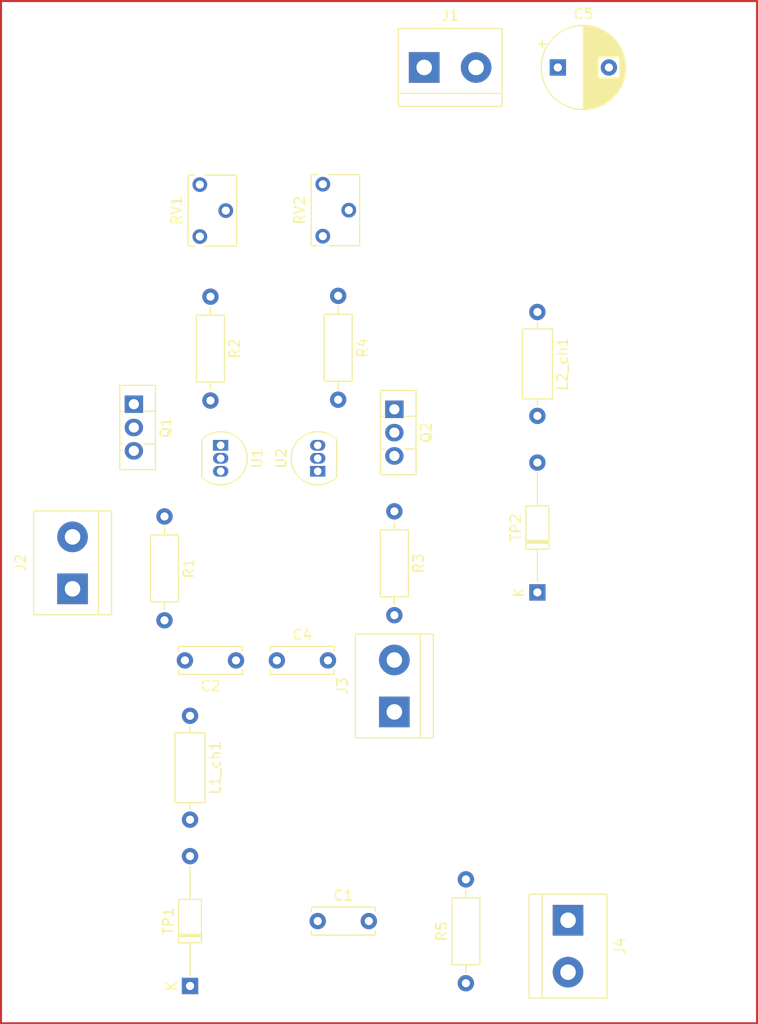
<source format=kicad_pcb>
(kicad_pcb (version 20240108) (generator "pcbnew") (generator_version "8.0")
  (layers (0 "F.Cu" signal) (31 "B.Cu" signal) (34 "B.Paste" user) (35 "F.Paste" user) (36 "B.SilkS" user "B.Silkscreen") (37 "F.SilkS" user "F.Silkscreen") (38 "B.Mask" user) (39 "F.Mask" user) (44 "Edge.Cuts" user))
  (net 0 "")
  (net 1 "Net-(C1-Pad1)")
  (net 2 "Net-(J4-Pin_1)")
  (net 3 "Net-(J2-Pin_2)")
  (net 4 "GND")
  (net 5 "Net-(J3-Pin_2)")
  (net 6 "Net-(J1-Pin_2)")
  (net 7 "Net-(J2-Pin_1)")
  (net 8 "Net-(J3-Pin_1)")
  (net 9 "Net-(L1_ch1-Pad2)")
  (net 10 "Net-(L2_ch1-Pad2)")
  (net 11 "Net-(Q1-E)")
  (net 12 "Net-(Q1-B)")
  (net 13 "Net-(Q2-E)")
  (net 14 "Net-(Q2-B)")
  (net 15 "Net-(R2-Pad1)")
  (net 16 "Net-(R4-Pad1)")
  (footprint "Resistor_THT:R_Axial_DIN0207_L6.3mm_D2.5mm_P10.16mm_Horizontal" (layer "F.Cu") (at 171 79.42 -90)
    (property "Reference" "R2" (at 5.08 -2.37 90) (layer "F.SilkS"))
    (property "Value" "22")
    (fp_line (start 1.81 1.37) (end 8.35 1.37) (stroke (width 0.12)) (layer "F.SilkS"))
    (fp_line (start 8.35 1.37) (end 8.35 -1.37) (stroke (width 0.12)) (layer "F.SilkS"))
    (fp_line (start 1.04 0) (end 1.81 0) (stroke (width 0.12)) (layer "F.SilkS"))
    (fp_line (start 9.12 0) (end 8.35 0) (stroke (width 0.12)) (layer "F.SilkS"))
    (fp_line (start 1.81 -1.37) (end 1.81 1.37) (stroke (width 0.12)) (layer "F.SilkS"))
    (fp_line (start 8.35 -1.37) (end 1.81 -1.37) (stroke (width 0.12)) (layer "F.SilkS"))
    (pad "1" thru_hole circle (at 0 0 270) (size 1.6 1.6) (drill 0.8) (layers "*.Cu" "*.Mask") (net 15 "Net-(R2-Pad1)"))
    (pad "2" thru_hole oval (at 10.16 0 270) (size 1.6 1.6) (drill 0.8) (layers "*.Cu" "*.Mask") (net 11 "Net-(Q1-E)"))
  )
  (footprint "TerminalBlock:TerminalBlock_bornier-2_P5.08mm" (layer "F.Cu") (at 191.92 57)
    (property "Reference" "J1" (at 2.54 -5.08 0) (layer "F.SilkS"))
    (property "Value" "TerminalVcc")
    (fp_line (start -2.54 -3.81) (end -2.54 3.81) (stroke (width 0.12)) (layer "F.SilkS"))
    (fp_line (start -2.54 3.81) (end 7.62 3.81) (stroke (width 0.12)) (layer "F.SilkS"))
    (fp_line (start 7.62 -3.81) (end -2.54 -3.81) (stroke (width 0.12)) (layer "F.SilkS"))
    (fp_line (start 7.62 2.54) (end -2.54 2.54) (stroke (width 0.12)) (layer "F.SilkS"))
    (fp_line (start 7.62 3.81) (end 7.62 -3.81) (stroke (width 0.12)) (layer "F.SilkS"))
    (pad "1" thru_hole rect (at 0 0) (size 3 3) (drill 1.52) (layers "*.Cu" "*.Mask") (net 4 "GND"))
    (pad "2" thru_hole circle (at 5.08 0) (size 3 3) (drill 1.52) (layers "*.Cu" "*.Mask") (net 6 "Net-(J1-Pin_2)"))
  )
  (footprint "Capacitor_THT:C_Disc_D6.0mm_W2.5mm_P5.00mm" (layer "F.Cu") (at 181.5 140.5)
    (property "Reference" "C1" (at 2.5 -2.5 360) (layer "F.SilkS"))
    (property "Value" "10nF")
    (fp_line (start -0.62 -1.37) (end -0.62 -0.925) (stroke (width 0.12)) (layer "F.SilkS"))
    (fp_line (start -0.62 -1.37) (end 5.62 -1.37) (stroke (width 0.12)) (layer "F.SilkS"))
    (fp_line (start -0.62 0.925) (end -0.62 1.37) (stroke (width 0.12)) (layer "F.SilkS"))
    (fp_line (start -0.62 1.37) (end 5.62 1.37) (stroke (width 0.12)) (layer "F.SilkS"))
    (fp_line (start 5.62 -1.37) (end 5.62 -0.925) (stroke (width 0.12)) (layer "F.SilkS"))
    (fp_line (start 5.62 0.925) (end 5.62 1.37) (stroke (width 0.12)) (layer "F.SilkS"))
    (pad "1" thru_hole circle (at 0 0) (size 1.6 1.6) (drill 0.8) (layers "*.Cu" "*.Mask") (net 1 "Net-(C1-Pad1)"))
    (pad "2" thru_hole circle (at 5 0) (size 1.6 1.6) (drill 0.8) (layers "*.Cu" "*.Mask") (net 2 "Net-(J4-Pin_1)"))
  )
  (footprint "Inductor_THT:L_Axial_L6.6mm_D2.7mm_P10.16mm_Horizontal_Vishay_IM-2" (layer "F.Cu") (at 203 80.92 -90)
    (property "Reference" "L2_ch1" (at 5.08 -2.47 90) (layer "F.SilkS"))
    (property "Value" "15uH")
    (fp_line (start 1.66 1.47) (end 8.5 1.47) (stroke (width 0.12)) (layer "F.SilkS"))
    (fp_line (start 8.5 1.47) (end 8.5 -1.47) (stroke (width 0.12)) (layer "F.SilkS"))
    (fp_line (start 1.04 0) (end 1.66 0) (stroke (width 0.12)) (layer "F.SilkS"))
    (fp_line (start 9.12 0) (end 8.5 0) (stroke (width 0.12)) (layer "F.SilkS"))
    (fp_line (start 1.66 -1.47) (end 1.66 1.47) (stroke (width 0.12)) (layer "F.SilkS"))
    (fp_line (start 8.5 -1.47) (end 1.66 -1.47) (stroke (width 0.12)) (layer "F.SilkS"))
    (pad "1" thru_hole circle (at 0 0 270) (size 1.6 1.6) (drill 0.8) (layers "*.Cu" "*.Mask") (net 5 "Net-(J3-Pin_2)"))
    (pad "2" thru_hole oval (at 10.16 0 270) (size 1.6 1.6) (drill 0.8) (layers "*.Cu" "*.Mask") (net 10 "Net-(L2_ch1-Pad2)"))
  )
  (footprint "Capacitor_THT:C_Disc_D6.0mm_W2.5mm_P5.00mm" (layer "F.Cu") (at 173.5 115 180)
    (property "Reference" "C2" (at 2.5 -2.5 360) (layer "F.SilkS"))
    (property "Value" "22nF")
    (fp_line (start 5.62 0.925) (end 5.62 1.37) (stroke (width 0.12)) (layer "F.SilkS"))
    (fp_line (start 5.62 -1.37) (end 5.62 -0.925) (stroke (width 0.12)) (layer "F.SilkS"))
    (fp_line (start -0.62 1.37) (end 5.62 1.37) (stroke (width 0.12)) (layer "F.SilkS"))
    (fp_line (start -0.62 0.925) (end -0.62 1.37) (stroke (width 0.12)) (layer "F.SilkS"))
    (fp_line (start -0.62 -1.37) (end 5.62 -1.37) (stroke (width 0.12)) (layer "F.SilkS"))
    (fp_line (start -0.62 -1.37) (end -0.62 -0.925) (stroke (width 0.12)) (layer "F.SilkS"))
    (pad "1" thru_hole circle (at 0 0 180) (size 1.6 1.6) (drill 0.8) (layers "*.Cu" "*.Mask") (net 4 "GND"))
    (pad "2" thru_hole circle (at 5 0 180) (size 1.6 1.6) (drill 0.8) (layers "*.Cu" "*.Mask") (net 3 "Net-(J2-Pin_2)"))
  )
  (footprint "Potentiometer_THT:Potentiometer_Bourns_3266W_Vertical" (layer "F.Cu") (at 169.96 68.46 90)
    (property "Reference" "RV1" (at -2.54 -2.27 90) (layer "F.SilkS"))
    (property "Value" "5K POT")
    (fp_line (start 0.935 -1.14) (end 0.935 -0.495) (stroke (width 0.12)) (layer "F.SilkS"))
    (fp_line (start -6.015 -1.14) (end 0.935 -1.14) (stroke (width 0.12)) (layer "F.SilkS"))
    (fp_line (start -6.015 -1.14) (end -6.015 -0.495) (stroke (width 0.12)) (layer "F.SilkS"))
    (fp_line (start 0.935 0.495) (end 0.935 3.6) (stroke (width 0.12)) (layer "F.SilkS"))
    (fp_line (start -6.015 0.495) (end -6.015 3.6) (stroke (width 0.12)) (layer "F.SilkS"))
    (fp_line (start -6.015 3.6) (end 0.935 3.6) (stroke (width 0.12)) (layer "F.SilkS"))
    (pad "1" thru_hole circle (at 0 0 90) (size 1.44 1.44) (drill 0.8) (layers "*.Cu" "*.Mask") (net 6 "Net-(J1-Pin_2)"))
    (pad "2" thru_hole circle (at -2.54 2.54 90) (size 1.44 1.44) (drill 0.8) (layers "*.Cu" "*.Mask"))
    (pad "3" thru_hole circle (at -5.08 0 90) (size 1.44 1.44) (drill 0.8) (layers "*.Cu" "*.Mask") (net 15 "Net-(R2-Pad1)"))
  )
  (footprint "Resistor_THT:R_Axial_DIN0207_L6.3mm_D2.5mm_P10.16mm_Horizontal" (layer "F.Cu") (at 189 100.42 -90)
    (property "Reference" "R3" (at 5.08 -2.37 90) (layer "F.SilkS"))
    (property "Value" "5.6K")
    (fp_line (start 1.81 1.37) (end 8.35 1.37) (stroke (width 0.12)) (layer "F.SilkS"))
    (fp_line (start 8.35 1.37) (end 8.35 -1.37) (stroke (width 0.12)) (layer "F.SilkS"))
    (fp_line (start 1.04 0) (end 1.81 0) (stroke (width 0.12)) (layer "F.SilkS"))
    (fp_line (start 9.12 0) (end 8.35 0) (stroke (width 0.12)) (layer "F.SilkS"))
    (fp_line (start 1.81 -1.37) (end 1.81 1.37) (stroke (width 0.12)) (layer "F.SilkS"))
    (fp_line (start 8.35 -1.37) (end 1.81 -1.37) (stroke (width 0.12)) (layer "F.SilkS"))
    (pad "1" thru_hole circle (at 0 0 270) (size 1.6 1.6) (drill 0.8) (layers "*.Cu" "*.Mask") (net 14 "Net-(Q2-B)"))
    (pad "2" thru_hole oval (at 10.16 0 270) (size 1.6 1.6) (drill 0.8) (layers "*.Cu" "*.Mask") (net 4 "GND"))
  )
  (footprint "Diode_THT:D_DO-35_SOD27_P12.70mm_Horizontal" (layer "F.Cu") (at 169 146.85 90)
    (property "Reference" "TP1" (at 6.35 -2.12 90) (layer "F.SilkS"))
    (property "Value" "TestPoint_zener1")
    (fp_line (start 8.47 -1.12) (end 4.23 -1.12) (stroke (width 0.12)) (layer "F.SilkS"))
    (fp_line (start 5.07 -1.12) (end 5.07 1.12) (stroke (width 0.12)) (layer "F.SilkS"))
    (fp_line (start 4.95 -1.12) (end 4.95 1.12) (stroke (width 0.12)) (layer "F.SilkS"))
    (fp_line (start 4.83 -1.12) (end 4.83 1.12) (stroke (width 0.12)) (layer "F.SilkS"))
    (fp_line (start 4.23 -1.12) (end 4.23 1.12) (stroke (width 0.12)) (layer "F.SilkS"))
    (fp_line (start 11.66 0) (end 8.47 0) (stroke (width 0.12)) (layer "F.SilkS"))
    (fp_line (start 1.04 0) (end 4.23 0) (stroke (width 0.12)) (layer "F.SilkS"))
    (fp_line (start 8.47 1.12) (end 8.47 -1.12) (stroke (width 0.12)) (layer "F.SilkS"))
    (fp_line (start 4.23 1.12) (end 8.47 1.12) (stroke (width 0.12)) (layer "F.SilkS"))
    (fp_text user "K" (at 0 -1.8 90) (layer "F.SilkS"))
    (pad "1" thru_hole rect (at 0 0 90) (size 1.6 1.6) (drill 0.8) (layers "*.Cu" "*.Mask") (net 1 "Net-(C1-Pad1)"))
    (pad "2" thru_hole oval (at 12.7 0 90) (size 1.6 1.6) (drill 0.8) (layers "*.Cu" "*.Mask") (net 9 "Net-(L1_ch1-Pad2)"))
  )
  (footprint "Inductor_THT:L_Axial_L6.6mm_D2.7mm_P10.16mm_Horizontal_Vishay_IM-2" (layer "F.Cu") (at 169 120.42 -90)
    (property "Reference" "L1_ch1" (at 5.08 -2.47 90) (layer "F.SilkS"))
    (property "Value" "15uH")
    (fp_line (start 1.66 1.47) (end 8.5 1.47) (stroke (width 0.12)) (layer "F.SilkS"))
    (fp_line (start 8.5 1.47) (end 8.5 -1.47) (stroke (width 0.12)) (layer "F.SilkS"))
    (fp_line (start 1.04 0) (end 1.66 0) (stroke (width 0.12)) (layer "F.SilkS"))
    (fp_line (start 9.12 0) (end 8.5 0) (stroke (width 0.12)) (layer "F.SilkS"))
    (fp_line (start 1.66 -1.47) (end 1.66 1.47) (stroke (width 0.12)) (layer "F.SilkS"))
    (fp_line (start 8.5 -1.47) (end 1.66 -1.47) (stroke (width 0.12)) (layer "F.SilkS"))
    (pad "1" thru_hole circle (at 0 0 270) (size 1.6 1.6) (drill 0.8) (layers "*.Cu" "*.Mask") (net 3 "Net-(J2-Pin_2)"))
    (pad "2" thru_hole oval (at 10.16 0 270) (size 1.6 1.6) (drill 0.8) (layers "*.Cu" "*.Mask") (net 9 "Net-(L1_ch1-Pad2)"))
  )
  (footprint "Package_TO_SOT_THT:TO-92_Inline" (layer "F.Cu") (at 172 93.96 -90)
    (property "Reference" "U1" (at 1.27 -3.56 90) (layer "F.SilkS"))
    (property "Value" "TL431LP")
    (fp_line (start -0.53 1.85) (end 3.07 1.85) (stroke (width 0.12)) (layer "F.SilkS"))
    (fp_arc (start -0.568478 1.838478) (mid -1.132087 -0.994977) (end 1.27 -2.6) (stroke (width 0.12)) (layer "F.SilkS"))
    (fp_arc (start 1.27 -2.6) (mid 3.672087 -0.994977) (end 3.108478 1.838478) (stroke (width 0.12)) (layer "F.SilkS"))
    (pad "1" thru_hole rect (at 0 0 270) (size 1.05 1.5) (drill 0.75) (layers "*.Cu" "*.Mask") (net 6 "Net-(J1-Pin_2)"))
    (pad "2" thru_hole oval (at 1.27 0 270) (size 1.05 1.5) (drill 0.75) (layers "*.Cu" "*.Mask") (net 12 "Net-(Q1-B)"))
    (pad "3" thru_hole oval (at 2.54 0 270) (size 1.05 1.5) (drill 0.75) (layers "*.Cu" "*.Mask") (net 6 "Net-(J1-Pin_2)"))
  )
  (footprint "TerminalBlock:TerminalBlock_bornier-2_P5.08mm" (layer "F.Cu") (at 157.5 108 90)
    (property "Reference" "J2" (at 2.54 -5.08 90) (layer "F.SilkS"))
    (property "Value" "TestPortAmp1")
    (fp_line (start 7.62 -3.81) (end -2.54 -3.81) (stroke (width 0.12)) (layer "F.SilkS"))
    (fp_line (start -2.54 -3.81) (end -2.54 3.81) (stroke (width 0.12)) (layer "F.SilkS"))
    (fp_line (start 7.62 2.54) (end -2.54 2.54) (stroke (width 0.12)) (layer "F.SilkS"))
    (fp_line (start 7.62 3.81) (end 7.62 -3.81) (stroke (width 0.12)) (layer "F.SilkS"))
    (fp_line (start -2.54 3.81) (end 7.62 3.81) (stroke (width 0.12)) (layer "F.SilkS"))
    (pad "1" thru_hole rect (at 0 0 90) (size 3 3) (drill 1.52) (layers "*.Cu" "*.Mask") (net 7 "Net-(J2-Pin_1)"))
    (pad "2" thru_hole circle (at 5.08 0 90) (size 3 3) (drill 1.52) (layers "*.Cu" "*.Mask") (net 3 "Net-(J2-Pin_2)"))
  )
  (footprint "Package_TO_SOT_THT:TO-92_Inline" (layer "F.Cu") (at 181.5 96.5 90)
    (property "Reference" "U2" (at 1.27 -3.56 90) (layer "F.SilkS"))
    (property "Value" "TL431LP")
    (fp_line (start -0.53 1.85) (end 3.07 1.85) (stroke (width 0.12)) (layer "F.SilkS"))
    (fp_arc (start 1.27 -2.6) (mid 3.672087 -0.994977) (end 3.108478 1.838478) (stroke (width 0.12)) (layer "F.SilkS"))
    (fp_arc (start -0.568478 1.838478) (mid -1.132087 -0.994977) (end 1.27 -2.6) (stroke (width 0.12)) (layer "F.SilkS"))
    (pad "1" thru_hole rect (at 0 0 90) (size 1.05 1.5) (drill 0.75) (layers "*.Cu" "*.Mask") (net 6 "Net-(J1-Pin_2)"))
    (pad "2" thru_hole oval (at 1.27 0 90) (size 1.05 1.5) (drill 0.75) (layers "*.Cu" "*.Mask") (net 14 "Net-(Q2-B)"))
    (pad "3" thru_hole oval (at 2.54 0 90) (size 1.05 1.5) (drill 0.75) (layers "*.Cu" "*.Mask") (net 6 "Net-(J1-Pin_2)"))
  )
  (footprint "Potentiometer_THT:Potentiometer_Bourns_3266W_Vertical" (layer "F.Cu") (at 182 68.42 90)
    (property "Reference" "RV2" (at -2.54 -2.27 90) (layer "F.SilkS"))
    (property "Value" "5K POT")
    (fp_line (start 0.935 -1.14) (end 0.935 -0.495) (stroke (width 0.12)) (layer "F.SilkS"))
    (fp_line (start -6.015 -1.14) (end 0.935 -1.14) (stroke (width 0.12)) (layer "F.SilkS"))
    (fp_line (start -6.015 -1.14) (end -6.015 -0.495) (stroke (width 0.12)) (layer "F.SilkS"))
    (fp_line (start 0.935 0.495) (end 0.935 3.6) (stroke (width 0.12)) (layer "F.SilkS"))
    (fp_line (start -6.015 0.495) (end -6.015 3.6) (stroke (width 0.12)) (layer "F.SilkS"))
    (fp_line (start -6.015 3.6) (end 0.935 3.6) (stroke (width 0.12)) (layer "F.SilkS"))
    (pad "1" thru_hole circle (at 0 0 90) (size 1.44 1.44) (drill 0.8) (layers "*.Cu" "*.Mask") (net 6 "Net-(J1-Pin_2)"))
    (pad "2" thru_hole circle (at -2.54 2.54 90) (size 1.44 1.44) (drill 0.8) (layers "*.Cu" "*.Mask"))
    (pad "3" thru_hole circle (at -5.08 0 90) (size 1.44 1.44) (drill 0.8) (layers "*.Cu" "*.Mask") (net 16 "Net-(R4-Pad1)"))
  )
  (footprint "Resistor_THT:R_Axial_DIN0207_L6.3mm_D2.5mm_P10.16mm_Horizontal" (layer "F.Cu") (at 183.5 79.34 -90)
    (property "Reference" "R4" (at 5.08 -2.37 90) (layer "F.SilkS"))
    (property "Value" "22")
    (fp_line (start 1.81 1.37) (end 8.35 1.37) (stroke (width 0.12)) (layer "F.SilkS"))
    (fp_line (start 8.35 1.37) (end 8.35 -1.37) (stroke (width 0.12)) (layer "F.SilkS"))
    (fp_line (start 1.04 0) (end 1.81 0) (stroke (width 0.12)) (layer "F.SilkS"))
    (fp_line (start 9.12 0) (end 8.35 0) (stroke (width 0.12)) (layer "F.SilkS"))
    (fp_line (start 1.81 -1.37) (end 1.81 1.37) (stroke (width 0.12)) (layer "F.SilkS"))
    (fp_line (start 8.35 -1.37) (end 1.81 -1.37) (stroke (width 0.12)) (layer "F.SilkS"))
    (pad "1" thru_hole circle (at 0 0 270) (size 1.6 1.6) (drill 0.8) (layers "*.Cu" "*.Mask") (net 16 "Net-(R4-Pad1)"))
    (pad "2" thru_hole oval (at 10.16 0 270) (size 1.6 1.6) (drill 0.8) (layers "*.Cu" "*.Mask") (net 13 "Net-(Q2-E)"))
  )
  (footprint "Capacitor_THT:CP_Radial_D8.0mm_P5.00mm" (layer "F.Cu") (at 205 57)
    (property "Reference" "C5" (at 2.5 -5.25 0) (layer "F.SilkS"))
    (property "Value" "100nF")
    (fp_line (start -1.909698 -2.315) (end -1.109698 -2.315) (stroke (width 0.12)) (layer "F.SilkS"))
    (fp_line (start -1.509698 -2.715) (end -1.509698 -1.915) (stroke (width 0.12)) (layer "F.SilkS"))
    (fp_line (start 2.5 -4.08) (end 2.5 4.08) (stroke (width 0.12)) (layer "F.SilkS"))
    (fp_line (start 2.54 -4.08) (end 2.54 4.08) (stroke (width 0.12)) (layer "F.SilkS"))
    (fp_line (start 2.58 -4.08) (end 2.58 4.08) (stroke (width 0.12)) (layer "F.SilkS"))
    (fp_line (start 2.62 -4.079) (end 2.62 4.079) (stroke (width 0.12)) (layer "F.SilkS"))
    (fp_line (start 2.66 -4.077) (end 2.66 4.077) (stroke (width 0.12)) (layer "F.SilkS"))
    (fp_line (start 2.7 -4.076) (end 2.7 4.076) (stroke (width 0.12)) (layer "F.SilkS"))
    (fp_line (start 2.74 -4.074) (end 2.74 4.074) (stroke (width 0.12)) (layer "F.SilkS"))
    (fp_line (start 2.78 -4.071) (end 2.78 4.071) (stroke (width 0.12)) (layer "F.SilkS"))
    (fp_line (start 2.82 -4.068) (end 2.82 4.068) (stroke (width 0.12)) (layer "F.SilkS"))
    (fp_line (start 2.86 -4.065) (end 2.86 4.065) (stroke (width 0.12)) (layer "F.SilkS"))
    (fp_line (start 2.9 -4.061) (end 2.9 4.061) (stroke (width 0.12)) (layer "F.SilkS"))
    (fp_line (start 2.94 -4.057) (end 2.94 4.057) (stroke (width 0.12)) (layer "F.SilkS"))
    (fp_line (start 2.98 -4.052) (end 2.98 4.052) (stroke (width 0.12)) (layer "F.SilkS"))
    (fp_line (start 3.02 -4.048) (end 3.02 4.048) (stroke (width 0.12)) (layer "F.SilkS"))
    (fp_line (start 3.06 -4.042) (end 3.06 4.042) (stroke (width 0.12)) (layer "F.SilkS"))
    (fp_line (start 3.1 -4.037) (end 3.1 4.037) (stroke (width 0.12)) (layer "F.SilkS"))
    (fp_line (start 3.14 -4.03) (end 3.14 4.03) (stroke (width 0.12)) (layer "F.SilkS"))
    (fp_line (start 3.18 -4.024) (end 3.18 4.024) (stroke (width 0.12)) (layer "F.SilkS"))
    (fp_line (start 3.221 -4.017) (end 3.221 4.017) (stroke (width 0.12)) (layer "F.SilkS"))
    (fp_line (start 3.261 -4.01) (end 3.261 4.01) (stroke (width 0.12)) (layer "F.SilkS"))
    (fp_line (start 3.301 -4.002) (end 3.301 4.002) (stroke (width 0.12)) (layer "F.SilkS"))
    (fp_line (start 3.341 -3.994) (end 3.341 3.994) (stroke (width 0.12)) (layer "F.SilkS"))
    (fp_line (start 3.381 -3.985) (end 3.381 3.985) (stroke (width 0.12)) (layer "F.SilkS"))
    (fp_line (start 3.421 -3.976) (end 3.421 3.976) (stroke (width 0.12)) (layer "F.SilkS"))
    (fp_line (start 3.461 -3.967) (end 3.461 3.967) (stroke (width 0.12)) (layer "F.SilkS"))
    (fp_line (start 3.501 -3.957) (end 3.501 3.957) (stroke (width 0.12)) (layer "F.SilkS"))
    (fp_line (start 3.541 -3.947) (end 3.541 3.947) (stroke (width 0.12)) (layer "F.SilkS"))
    (fp_line (start 3.581 -3.936) (end 3.581 3.936) (stroke (width 0.12)) (layer "F.SilkS"))
    (fp_line (start 3.621 -3.925) (end 3.621 3.925) (stroke (width 0.12)) (layer "F.SilkS"))
    (fp_line (start 3.661 -3.914) (end 3.661 3.914) (stroke (width 0.12)) (layer "F.SilkS"))
    (fp_line (start 3.701 -3.902) (end 3.701 3.902) (stroke (width 0.12)) (layer "F.SilkS"))
    (fp_line (start 3.741 -3.889) (end 3.741 3.889) (stroke (width 0.12)) (layer "F.SilkS"))
    (fp_line (start 3.781 -3.877) (end 3.781 3.877) (stroke (width 0.12)) (layer "F.SilkS"))
    (fp_line (start 3.821 -3.863) (end 3.821 3.863) (stroke (width 0.12)) (layer "F.SilkS"))
    (fp_line (start 3.861 -3.85) (end 3.861 3.85) (stroke (width 0.12)) (layer "F.SilkS"))
    (fp_line (start 3.901 -3.835) (end 3.901 3.835) (stroke (width 0.12)) (layer "F.SilkS"))
    (fp_line (start 3.941 -3.821) (end 3.941 3.821) (stroke (width 0.12)) (layer "F.SilkS"))
    (fp_line (start 3.981 -3.805) (end 3.981 -1.04) (stroke (width 0.12)) (layer "F.SilkS"))
    (fp_line (start 3.981 1.04) (end 3.981 3.805) (stroke (width 0.12)) (layer "F.SilkS"))
    (fp_line (start 4.021 -3.79) (end 4.021 -1.04) (stroke (width 0.12)) (layer "F.SilkS"))
    (fp_line (start 4.021 1.04) (end 4.021 3.79) (stroke (width 0.12)) (layer "F.SilkS"))
    (fp_line (start 4.061 -3.774) (end 4.061 -1.04) (stroke (width 0.12)) (layer "F.SilkS"))
    (fp_line (start 4.061 1.04) (end 4.061 3.774) (stroke (width 0.12)) (layer "F.SilkS"))
    (fp_line (start 4.101 -3.757) (end 4.101 -1.04) (stroke (width 0.12)) (layer "F.SilkS"))
    (fp_line (start 4.101 1.04) (end 4.101 3.757) (stroke (width 0.12)) (layer "F.SilkS"))
    (fp_line (start 4.141 -3.74) (end 4.141 -1.04) (stroke (width 0.12)) (layer "F.SilkS"))
    (fp_line (start 4.141 1.04) (end 4.141 3.74) (stroke (width 0.12)) (layer "F.SilkS"))
    (fp_line (start 4.181 -3.722) (end 4.181 -1.04) (stroke (width 0.12)) (layer "F.SilkS"))
    (fp_line (start 4.181 1.04) (end 4.181 3.722) (stroke (width 0.12)) (layer "F.SilkS"))
    (fp_line (start 4.221 -3.704) (end 4.221 -1.04) (stroke (width 0.12)) (layer "F.SilkS"))
    (fp_line (start 4.221 1.04) (end 4.221 3.704) (stroke (width 0.12)) (layer "F.SilkS"))
    (fp_line (start 4.261 -3.686) (end 4.261 -1.04) (stroke (width 0.12)) (layer "F.SilkS"))
    (fp_line (start 4.261 1.04) (end 4.261 3.686) (stroke (width 0.12)) (layer "F.SilkS"))
    (fp_line (start 4.301 -3.666) (end 4.301 -1.04) (stroke (width 0.12)) (layer "F.SilkS"))
    (fp_line (start 4.301 1.04) (end 4.301 3.666) (stroke (width 0.12)) (layer "F.SilkS"))
    (fp_line (start 4.341 -3.647) (end 4.341 -1.04) (stroke (width 0.12)) (layer "F.SilkS"))
    (fp_line (start 4.341 1.04) (end 4.341 3.647) (stroke (width 0.12)) (layer "F.SilkS"))
    (fp_line (start 4.381 -3.627) (end 4.381 -1.04) (stroke (width 0.12)) (layer "F.SilkS"))
    (fp_line (start 4.381 1.04) (end 4.381 3.627) (stroke (width 0.12)) (layer "F.SilkS"))
    (fp_line (start 4.421 -3.606) (end 4.421 -1.04) (stroke (width 0.12)) (layer "F.SilkS"))
    (fp_line (start 4.421 1.04) (end 4.421 3.606) (stroke (width 0.12)) (layer "F.SilkS"))
    (fp_line (start 4.461 -3.584) (end 4.461 -1.04) (stroke (width 0.12)) (layer "F.SilkS"))
    (fp_line (start 4.461 1.04) (end 4.461 3.584) (stroke (width 0.12)) (layer "F.SilkS"))
    (fp_line (start 4.501 -3.562) (end 4.501 -1.04) (stroke (width 0.12)) (layer "F.SilkS"))
    (fp_line (start 4.501 1.04) (end 4.501 3.562) (stroke (width 0.12)) (layer "F.SilkS"))
    (fp_line (start 4.541 -3.54) (end 4.541 -1.04) (stroke (width 0.12)) (layer "F.SilkS"))
    (fp_line (start 4.541 1.04) (end 4.541 3.54) (stroke (width 0.12)) (layer "F.SilkS"))
    (fp_line (start 4.581 -3.517) (end 4.581 -1.04) (stroke (width 0.12)) (layer "F.SilkS"))
    (fp_line (start 4.581 1.04) (end 4.581 3.517) (stroke (width 0.12)) (layer "F.SilkS"))
    (fp_line (start 4.621 -3.493) (end 4.621 -1.04) (stroke (width 0.12)) (layer "F.SilkS"))
    (fp_line (start 4.621 1.04) (end 4.621 3.493) (stroke (width 0.12)) (layer "F.SilkS"))
    (fp_line (start 4.661 -3.469) (end 4.661 -1.04) (stroke (width 0.12)) (layer "F.SilkS"))
    (fp_line (start 4.661 1.04) (end 4.661 3.469) (stroke (width 0.12)) (layer "F.SilkS"))
    (fp_line (start 4.701 -3.444) (end 4.701 -1.04) (stroke (width 0.12)) (layer "F.SilkS"))
    (fp_line (start 4.701 1.04) (end 4.701 3.444) (stroke (width 0.12)) (layer "F.SilkS"))
    (fp_line (start 4.741 -3.418) (end 4.741 -1.04) (stroke (width 0.12)) (layer "F.SilkS"))
    (fp_line (start 4.741 1.04) (end 4.741 3.418) (stroke (width 0.12)) (layer "F.SilkS"))
    (fp_line (start 4.781 -3.392) (end 4.781 -1.04) (stroke (width 0.12)) (layer "F.SilkS"))
    (fp_line (start 4.781 1.04) (end 4.781 3.392) (stroke (width 0.12)) (layer "F.SilkS"))
    (fp_line (start 4.821 -3.365) (end 4.821 -1.04) (stroke (width 0.12)) (layer "F.SilkS"))
    (fp_line (start 4.821 1.04) (end 4.821 3.365) (stroke (width 0.12)) (layer "F.SilkS"))
    (fp_line (start 4.861 -3.338) (end 4.861 -1.04) (stroke (width 0.12)) (layer "F.SilkS"))
    (fp_line (start 4.861 1.04) (end 4.861 3.338) (stroke (width 0.12)) (layer "F.SilkS"))
    (fp_line (start 4.901 -3.309) (end 4.901 -1.04) (stroke (width 0.12)) (layer "F.SilkS"))
    (fp_line (start 4.901 1.04) (end 4.901 3.309) (stroke (width 0.12)) (layer "F.SilkS"))
    (fp_line (start 4.941 -3.28) (end 4.941 -1.04) (stroke (width 0.12)) (layer "F.SilkS"))
    (fp_line (start 4.941 1.04) (end 4.941 3.28) (stroke (width 0.12)) (layer "F.SilkS"))
    (fp_line (start 4.981 -3.25) (end 4.981 -1.04) (stroke (width 0.12)) (layer "F.SilkS"))
    (fp_line (start 4.981 1.04) (end 4.981 3.25) (stroke (width 0.12)) (layer "F.SilkS"))
    (fp_line (start 5.021 -3.22) (end 5.021 -1.04) (stroke (width 0.12)) (layer "F.SilkS"))
    (fp_line (start 5.021 1.04) (end 5.021 3.22) (stroke (width 0.12)) (layer "F.SilkS"))
    (fp_line (start 5.061 -3.189) (end 5.061 -1.04) (stroke (width 0.12)) (layer "F.SilkS"))
    (fp_line (start 5.061 1.04) (end 5.061 3.189) (stroke (width 0.12)) (layer "F.SilkS"))
    (fp_line (start 5.101 -3.156) (end 5.101 -1.04) (stroke (width 0.12)) (layer "F.SilkS"))
    (fp_line (start 5.101 1.04) (end 5.101 3.156) (stroke (width 0.12)) (layer "F.SilkS"))
    (fp_line (start 5.141 -3.124) (end 5.141 -1.04) (stroke (width 0.12)) (layer "F.SilkS"))
    (fp_line (start 5.141 1.04) (end 5.141 3.124) (stroke (width 0.12)) (layer "F.SilkS"))
    (fp_line (start 5.181 -3.09) (end 5.181 -1.04) (stroke (width 0.12)) (layer "F.SilkS"))
    (fp_line (start 5.181 1.04) (end 5.181 3.09) (stroke (width 0.12)) (layer "F.SilkS"))
    (fp_line (start 5.221 -3.055) (end 5.221 -1.04) (stroke (width 0.12)) (layer "F.SilkS"))
    (fp_line (start 5.221 1.04) (end 5.221 3.055) (stroke (width 0.12)) (layer "F.SilkS"))
    (fp_line (start 5.261 -3.019) (end 5.261 -1.04) (stroke (width 0.12)) (layer "F.SilkS"))
    (fp_line (start 5.261 1.04) (end 5.261 3.019) (stroke (width 0.12)) (layer "F.SilkS"))
    (fp_line (start 5.301 -2.983) (end 5.301 -1.04) (stroke (width 0.12)) (layer "F.SilkS"))
    (fp_line (start 5.301 1.04) (end 5.301 2.983) (stroke (width 0.12)) (layer "F.SilkS"))
    (fp_line (start 5.341 -2.945) (end 5.341 -1.04) (stroke (width 0.12)) (layer "F.SilkS"))
    (fp_line (start 5.341 1.04) (end 5.341 2.945) (stroke (width 0.12)) (layer "F.SilkS"))
    (fp_line (start 5.381 -2.907) (end 5.381 -1.04) (stroke (width 0.12)) (layer "F.SilkS"))
    (fp_line (start 5.381 1.04) (end 5.381 2.907) (stroke (width 0.12)) (layer "F.SilkS"))
    (fp_line (start 5.421 -2.867) (end 5.421 -1.04) (stroke (width 0.12)) (layer "F.SilkS"))
    (fp_line (start 5.421 1.04) (end 5.421 2.867) (stroke (width 0.12)) (layer "F.SilkS"))
    (fp_line (start 5.461 -2.826) (end 5.461 -1.04) (stroke (width 0.12)) (layer "F.SilkS"))
    (fp_line (start 5.461 1.04) (end 5.461 2.826) (stroke (width 0.12)) (layer "F.SilkS"))
    (fp_line (start 5.501 -2.784) (end 5.501 -1.04) (stroke (width 0.12)) (layer "F.SilkS"))
    (fp_line (start 5.501 1.04) (end 5.501 2.784) (stroke (width 0.12)) (layer "F.SilkS"))
    (fp_line (start 5.541 -2.741) (end 5.541 -1.04) (stroke (width 0.12)) (layer "F.SilkS"))
    (fp_line (start 5.541 1.04) (end 5.541 2.741) (stroke (width 0.12)) (layer "F.SilkS"))
    (fp_line (start 5.581 -2.697) (end 5.581 -1.04) (stroke (width 0.12)) (layer "F.SilkS"))
    (fp_line (start 5.581 1.04) (end 5.581 2.697) (stroke (width 0.12)) (layer "F.SilkS"))
    (fp_line (start 5.621 -2.651) (end 5.621 -1.04) (stroke (width 0.12)) (layer "F.SilkS"))
    (fp_line (start 5.621 1.04) (end 5.621 2.651) (stroke (width 0.12)) (layer "F.SilkS"))
    (fp_line (start 5.661 -2.604) (end 5.661 -1.04) (stroke (width 0.12)) (layer "F.SilkS"))
    (fp_line (start 5.661 1.04) (end 5.661 2.604) (stroke (width 0.12)) (layer "F.SilkS"))
    (fp_line (start 5.701 -2.556) (end 5.701 -1.04) (stroke (width 0.12)) (layer "F.SilkS"))
    (fp_line (start 5.701 1.04) (end 5.701 2.556) (stroke (width 0.12)) (layer "F.SilkS"))
    (fp_line (start 5.741 -2.505) (end 5.741 -1.04) (stroke (width 0.12)) (layer "F.SilkS"))
    (fp_line (start 5.741 1.04) (end 5.741 2.505) (stroke (width 0.12)) (layer "F.SilkS"))
    (fp_line (start 5.781 -2.454) (end 5.781 -1.04) (stroke (width 0.12)) (layer "F.SilkS"))
    (fp_line (start 5.781 1.04) (end 5.781 2.454) (stroke (width 0.12)) (layer "F.SilkS"))
    (fp_line (start 5.821 -2.4) (end 5.821 -1.04) (stroke (width 0.12)) (layer "F.SilkS"))
    (fp_line (start 5.821 1.04) (end 5.821 2.4) (stroke (width 0.12)) (layer "F.SilkS"))
    (fp_line (start 5.861 -2.345) (end 5.861 -1.04) (stroke (width 0.12)) (layer "F.SilkS"))
    (fp_line (start 5.861 1.04) (end 5.861 2.345) (stroke (width 0.12)) (layer "F.SilkS"))
    (fp_line (start 5.901 -2.287) (end 5.901 -1.04) (stroke (width 0.12)) (layer "F.SilkS"))
    (fp_line (start 5.901 1.04) (end 5.901 2.287) (stroke (width 0.12)) (layer "F.SilkS"))
    (fp_line (start 5.941 -2.228) (end 5.941 -1.04) (stroke (width 0.12)) (layer "F.SilkS"))
    (fp_line (start 5.941 1.04) (end 5.941 2.228) (stroke (width 0.12)) (layer "F.SilkS"))
    (fp_line (start 5.981 -2.166) (end 5.981 -1.04) (stroke (width 0.12)) (layer "F.SilkS"))
    (fp_line (start 5.981 1.04) (end 5.981 2.166) (stroke (width 0.12)) (layer "F.SilkS"))
    (fp_line (start 6.021 -2.102) (end 6.021 -1.04) (stroke (width 0.12)) (layer "F.SilkS"))
    (fp_line (start 6.021 1.04) (end 6.021 2.102) (stroke (width 0.12)) (layer "F.SilkS"))
    (fp_line (start 6.061 -2.034) (end 6.061 2.034) (stroke (width 0.12)) (layer "F.SilkS"))
    (fp_line (start 6.101 -1.964) (end 6.101 1.964) (stroke (width 0.12)) (layer "F.SilkS"))
    (fp_line (start 6.141 -1.89) (end 6.141 1.89) (stroke (width 0.12)) (layer "F.SilkS"))
    (fp_line (start 6.181 -1.813) (end 6.181 1.813) (stroke (width 0.12)) (layer "F.SilkS"))
    (fp_line (start 6.221 -1.731) (end 6.221 1.731) (stroke (width 0.12)) (layer "F.SilkS"))
    (fp_line (start 6.261 -1.645) (end 6.261 1.645) (stroke (width 0.12)) (layer "F.SilkS"))
    (fp_line (start 6.301 -1.552) (end 6.301 1.552) (stroke (width 0.12)) (layer "F.SilkS"))
    (fp_line (start 6.341 -1.453) (end 6.341 1.453) (stroke (width 0.12)) (layer "F.SilkS"))
    (fp_line (start 6.381 -1.346) (end 6.381 1.346) (stroke (width 0.12)) (layer "F.SilkS"))
    (fp_line (start 6.421 -1.229) (end 6.421 1.229) (stroke (width 0.12)) (layer "F.SilkS"))
    (fp_line (start 6.461 -1.098) (end 6.461 1.098) (stroke (width 0.12)) (layer "F.SilkS"))
    (fp_line (start 6.501 -0.948) (end 6.501 0.948) (stroke (width 0.12)) (layer "F.SilkS"))
    (fp_line (start 6.541 -0.768) (end 6.541 0.768) (stroke (width 0.12)) (layer "F.SilkS"))
    (fp_line (start 6.581 -0.533) (end 6.581 0.533) (stroke (width 0.12)) (layer "F.SilkS"))
    (fp_circle (center 2.5 0) (end 6.62 0) (stroke (width 0.12)) (fill none) (layer "F.SilkS"))
    (pad "1" thru_hole rect (at 0 0) (size 1.6 1.6) (drill 0.8) (layers "*.Cu" "*.Mask") (net 6 "Net-(J1-Pin_2)"))
    (pad "2" thru_hole circle (at 5 0) (size 1.6 1.6) (drill 0.8) (layers "*.Cu" "*.Mask") (net 4 "GND"))
  )
  (footprint "Capacitor_THT:C_Disc_D6.0mm_W2.5mm_P5.00mm" (layer "F.Cu") (at 177.5 115)
    (property "Reference" "C4" (at 2.5 -2.5 0) (layer "F.SilkS"))
    (property "Value" "22nF")
    (fp_line (start -0.62 -1.37) (end -0.62 -0.925) (stroke (width 0.12)) (layer "F.SilkS"))
    (fp_line (start -0.62 -1.37) (end 5.62 -1.37) (stroke (width 0.12)) (layer "F.SilkS"))
    (fp_line (start -0.62 0.925) (end -0.62 1.37) (stroke (width 0.12)) (layer "F.SilkS"))
    (fp_line (start -0.62 1.37) (end 5.62 1.37) (stroke (width 0.12)) (layer "F.SilkS"))
    (fp_line (start 5.62 -1.37) (end 5.62 -0.925) (stroke (width 0.12)) (layer "F.SilkS"))
    (fp_line (start 5.62 0.925) (end 5.62 1.37) (stroke (width 0.12)) (layer "F.SilkS"))
    (pad "1" thru_hole circle (at 0 0) (size 1.6 1.6) (drill 0.8) (layers "*.Cu" "*.Mask") (net 4 "GND"))
    (pad "2" thru_hole circle (at 5 0) (size 1.6 1.6) (drill 0.8) (layers "*.Cu" "*.Mask") (net 5 "Net-(J3-Pin_2)"))
  )
  (footprint "Package_TO_SOT_THT:TO-126-3_Vertical" (layer "F.Cu") (at 189 90.44 -90)
    (property "Reference" "Q2" (at 2.28 -3.12 90) (layer "F.SilkS"))
    (property "Value" "BD140")
    (fp_line (start -1.841 1.37) (end 6.4 1.37) (stroke (width 0.12)) (layer "F.SilkS"))
    (fp_line (start 0.68 1.05) (end 0.68 1.37) (stroke (width 0.12)) (layer "F.SilkS"))
    (fp_line (start 3.88 1.05) (end 3.88 1.37) (stroke (width 0.12)) (layer "F.SilkS"))
    (fp_line (start -1.841 -2.12) (end -1.841 1.37) (stroke (width 0.12)) (layer "F.SilkS"))
    (fp_line (start -1.841 -2.12) (end 6.4 -2.12) (stroke (width 0.12)) (layer "F.SilkS"))
    (fp_line (start 0.68 -2.12) (end 0.68 -1.05) (stroke (width 0.12)) (layer "F.SilkS"))
    (fp_line (start 3.88 -2.12) (end 3.88 -1.05) (stroke (width 0.12)) (layer "F.SilkS"))
    (fp_line (start 6.4 -2.12) (end 6.4 1.37) (stroke (width 0.12)) (layer "F.SilkS"))
    (pad "1" thru_hole rect (at 0 0 270) (size 1.71 1.8) (drill 1) (layers "*.Cu" "*.Mask") (net 13 "Net-(Q2-E)"))
    (pad "2" thru_hole oval (at 2.28 0 270) (size 1.71 1.8) (drill 1) (layers "*.Cu" "*.Mask") (net 8 "Net-(J3-Pin_1)"))
    (pad "3" thru_hole oval (at 4.56 0 270) (size 1.71 1.8) (drill 1) (layers "*.Cu" "*.Mask") (net 14 "Net-(Q2-B)"))
  )
  (footprint "Resistor_THT:R_Axial_DIN0207_L6.3mm_D2.5mm_P10.16mm_Horizontal" (layer "F.Cu") (at 196 146.58 90)
    (property "Reference" "R5" (at 5.08 -2.37 90) (layer "F.SilkS"))
    (property "Value" "51")
    (fp_line (start 8.35 -1.37) (end 1.81 -1.37) (stroke (width 0.12)) (layer "F.SilkS"))
    (fp_line (start 1.81 -1.37) (end 1.81 1.37) (stroke (width 0.12)) (layer "F.SilkS"))
    (fp_line (start 9.12 0) (end 8.35 0) (stroke (width 0.12)) (layer "F.SilkS"))
    (fp_line (start 1.04 0) (end 1.81 0) (stroke (width 0.12)) (layer "F.SilkS"))
    (fp_line (start 8.35 1.37) (end 8.35 -1.37) (stroke (width 0.12)) (layer "F.SilkS"))
    (fp_line (start 1.81 1.37) (end 8.35 1.37) (stroke (width 0.12)) (layer "F.SilkS"))
    (pad "1" thru_hole circle (at 0 0 90) (size 1.6 1.6) (drill 0.8) (layers "*.Cu" "*.Mask") (net 4 "GND"))
    (pad "2" thru_hole oval (at 10.16 0 90) (size 1.6 1.6) (drill 0.8) (layers "*.Cu" "*.Mask") (net 1 "Net-(C1-Pad1)"))
  )
  (footprint "Diode_THT:D_DO-35_SOD27_P12.70mm_Horizontal" (layer "F.Cu") (at 203 108.35 90)
    (property "Reference" "TP2" (at 6.35 -2.12 90) (layer "F.SilkS"))
    (property "Value" "TestPoint_zener2")
    (fp_line (start 8.47 -1.12) (end 4.23 -1.12) (stroke (width 0.12)) (layer "F.SilkS"))
    (fp_line (start 5.07 -1.12) (end 5.07 1.12) (stroke (width 0.12)) (layer "F.SilkS"))
    (fp_line (start 4.95 -1.12) (end 4.95 1.12) (stroke (width 0.12)) (layer "F.SilkS"))
    (fp_line (start 4.83 -1.12) (end 4.83 1.12) (stroke (width 0.12)) (layer "F.SilkS"))
    (fp_line (start 4.23 -1.12) (end 4.23 1.12) (stroke (width 0.12)) (layer "F.SilkS"))
    (fp_line (start 11.66 0) (end 8.47 0) (stroke (width 0.12)) (layer "F.SilkS"))
    (fp_line (start 1.04 0) (end 4.23 0) (stroke (width 0.12)) (layer "F.SilkS"))
    (fp_line (start 8.47 1.12) (end 8.47 -1.12) (stroke (width 0.12)) (layer "F.SilkS"))
    (fp_line (start 4.23 1.12) (end 8.47 1.12) (stroke (width 0.12)) (layer "F.SilkS"))
    (fp_text user "K" (at 0 -1.8 90) (layer "F.SilkS"))
    (pad "1" thru_hole rect (at 0 0 90) (size 1.6 1.6) (drill 0.8) (layers "*.Cu" "*.Mask") (net 1 "Net-(C1-Pad1)"))
    (pad "2" thru_hole oval (at 12.7 0 90) (size 1.6 1.6) (drill 0.8) (layers "*.Cu" "*.Mask") (net 10 "Net-(L2_ch1-Pad2)"))
  )
  (footprint "TerminalBlock:TerminalBlock_bornier-2_P5.08mm" (layer "F.Cu") (at 206 140.42 -90)
    (property "Reference" "J4" (at 2.54 -5.08 90) (layer "F.SilkS"))
    (property "Value" "TerminalVout")
    (fp_line (start -2.54 3.81) (end 7.62 3.81) (stroke (width 0.12)) (layer "F.SilkS"))
    (fp_line (start 7.62 3.81) (end 7.62 -3.81) (stroke (width 0.12)) (layer "F.SilkS"))
    (fp_line (start 7.62 2.54) (end -2.54 2.54) (stroke (width 0.12)) (layer "F.SilkS"))
    (fp_line (start -2.54 -3.81) (end -2.54 3.81) (stroke (width 0.12)) (layer "F.SilkS"))
    (fp_line (start 7.62 -3.81) (end -2.54 -3.81) (stroke (width 0.12)) (layer "F.SilkS"))
    (pad "1" thru_hole rect (at 0 0 270) (size 3 3) (drill 1.52) (layers "*.Cu" "*.Mask") (net 2 "Net-(J4-Pin_1)"))
    (pad "2" thru_hole circle (at 5.08 0 270) (size 3 3) (drill 1.52) (layers "*.Cu" "*.Mask") (net 4 "GND"))
  )
  (footprint "Resistor_THT:R_Axial_DIN0207_L6.3mm_D2.5mm_P10.16mm_Horizontal" (layer "F.Cu") (at 166.5 100.92 -90)
    (property "Reference" "R1" (at 5.08 -2.37 90) (layer "F.SilkS"))
    (property "Value" "5.6K")
    (fp_line (start 1.81 1.37) (end 8.35 1.37) (stroke (width 0.12)) (layer "F.SilkS"))
    (fp_line (start 8.35 1.37) (end 8.35 -1.37) (stroke (width 0.12)) (layer "F.SilkS"))
    (fp_line (start 1.04 0) (end 1.81 0) (stroke (width 0.12)) (layer "F.SilkS"))
    (fp_line (start 9.12 0) (end 8.35 0) (stroke (width 0.12)) (layer "F.SilkS"))
    (fp_line (start 1.81 -1.37) (end 1.81 1.37) (stroke (width 0.12)) (layer "F.SilkS"))
    (fp_line (start 8.35 -1.37) (end 1.81 -1.37) (stroke (width 0.12)) (layer "F.SilkS"))
    (pad "1" thru_hole circle (at 0 0 270) (size 1.6 1.6) (drill 0.8) (layers "*.Cu" "*.Mask") (net 12 "Net-(Q1-B)"))
    (pad "2" thru_hole oval (at 10.16 0 270) (size 1.6 1.6) (drill 0.8) (layers "*.Cu" "*.Mask") (net 4 "GND"))
  )
  (footprint "TerminalBlock:TerminalBlock_bornier-2_P5.08mm" (layer "F.Cu") (at 189 120.04 90)
    (property "Reference" "J3" (at 2.54 -5.08 90) (layer "F.SilkS"))
    (property "Value" "TestPortAmp2")
    (fp_line (start 7.62 -3.81) (end -2.54 -3.81) (stroke (width 0.12)) (layer "F.SilkS"))
    (fp_line (start -2.54 -3.81) (end -2.54 3.81) (stroke (width 0.12)) (layer "F.SilkS"))
    (fp_line (start 7.62 2.54) (end -2.54 2.54) (stroke (width 0.12)) (layer "F.SilkS"))
    (fp_line (start 7.62 3.81) (end 7.62 -3.81) (stroke (width 0.12)) (layer "F.SilkS"))
    (fp_line (start -2.54 3.81) (end 7.62 3.81) (stroke (width 0.12)) (layer "F.SilkS"))
    (pad "1" thru_hole rect (at 0 0 90) (size 3 3) (drill 1.52) (layers "*.Cu" "*.Mask") (net 8 "Net-(J3-Pin_1)"))
    (pad "2" thru_hole circle (at 5.08 0 90) (size 3 3) (drill 1.52) (layers "*.Cu" "*.Mask") (net 5 "Net-(J3-Pin_2)"))
  )
  (footprint "Package_TO_SOT_THT:TO-126-3_Vertical" (layer "F.Cu") (at 163.5 89.94 -90)
    (property "Reference" "Q1" (at 2.28 -3.12 90) (layer "F.SilkS"))
    (property "Value" "BD140")
    (fp_line (start -1.841 1.37) (end 6.4 1.37) (stroke (width 0.12)) (layer "F.SilkS"))
    (fp_line (start 0.68 1.05) (end 0.68 1.37) (stroke (width 0.12)) (layer "F.SilkS"))
    (fp_line (start 3.88 1.05) (end 3.88 1.37) (stroke (width 0.12)) (layer "F.SilkS"))
    (fp_line (start -1.841 -2.12) (end -1.841 1.37) (stroke (width 0.12)) (layer "F.SilkS"))
    (fp_line (start -1.841 -2.12) (end 6.4 -2.12) (stroke (width 0.12)) (layer "F.SilkS"))
    (fp_line (start 0.68 -2.12) (end 0.68 -1.05) (stroke (width 0.12)) (layer "F.SilkS"))
    (fp_line (start 3.88 -2.12) (end 3.88 -1.05) (stroke (width 0.12)) (layer "F.SilkS"))
    (fp_line (start 6.4 -2.12) (end 6.4 1.37) (stroke (width 0.12)) (layer "F.SilkS"))
    (pad "1" thru_hole rect (at 0 0 270) (size 1.71 1.8) (drill 1) (layers "*.Cu" "*.Mask") (net 11 "Net-(Q1-E)"))
    (pad "2" thru_hole oval (at 2.28 0 270) (size 1.71 1.8) (drill 1) (layers "*.Cu" "*.Mask") (net 7 "Net-(J2-Pin_1)"))
    (pad "3" thru_hole oval (at 4.56 0 270) (size 1.71 1.8) (drill 1) (layers "*.Cu" "*.Mask") (net 12 "Net-(Q1-B)"))
  )
  (gr_rect (start 150.5 50.5) (end 224.5 150.5) (stroke (width 0.2)) (fill none) (layer "F.Cu") (net 3))
)
</source>
